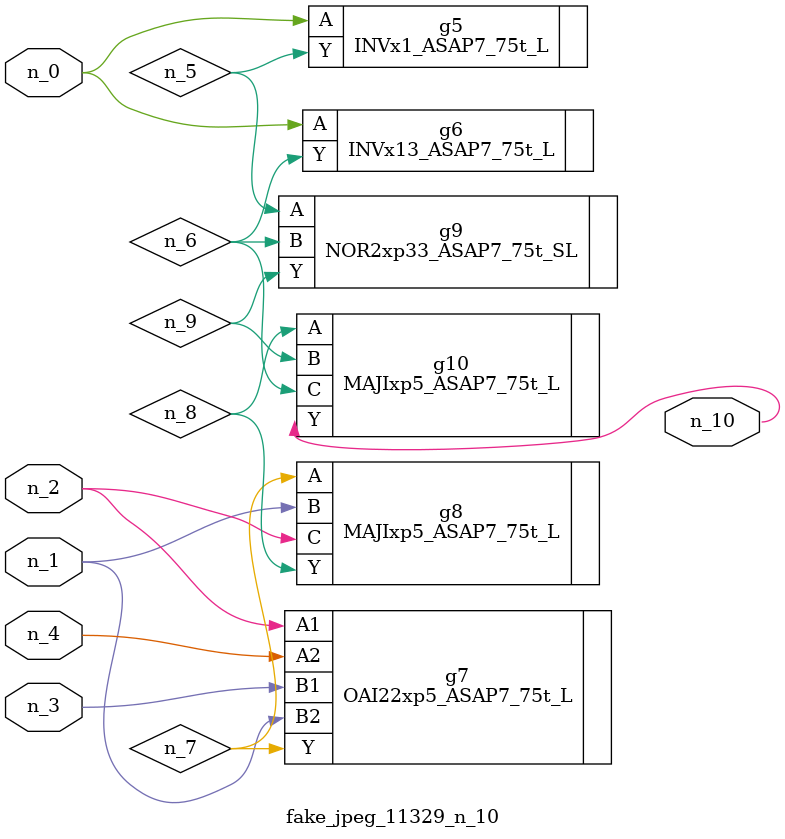
<source format=v>
module fake_jpeg_11329_n_10 (n_3, n_2, n_1, n_0, n_4, n_10);

input n_3;
input n_2;
input n_1;
input n_0;
input n_4;

output n_10;

wire n_8;
wire n_9;
wire n_6;
wire n_5;
wire n_7;

INVx1_ASAP7_75t_L g5 ( 
.A(n_0),
.Y(n_5)
);

INVx13_ASAP7_75t_L g6 ( 
.A(n_0),
.Y(n_6)
);

OAI22xp5_ASAP7_75t_L g7 ( 
.A1(n_2),
.A2(n_4),
.B1(n_3),
.B2(n_1),
.Y(n_7)
);

MAJIxp5_ASAP7_75t_L g8 ( 
.A(n_7),
.B(n_1),
.C(n_2),
.Y(n_8)
);

MAJIxp5_ASAP7_75t_L g10 ( 
.A(n_8),
.B(n_9),
.C(n_6),
.Y(n_10)
);

NOR2xp33_ASAP7_75t_SL g9 ( 
.A(n_5),
.B(n_6),
.Y(n_9)
);


endmodule
</source>
